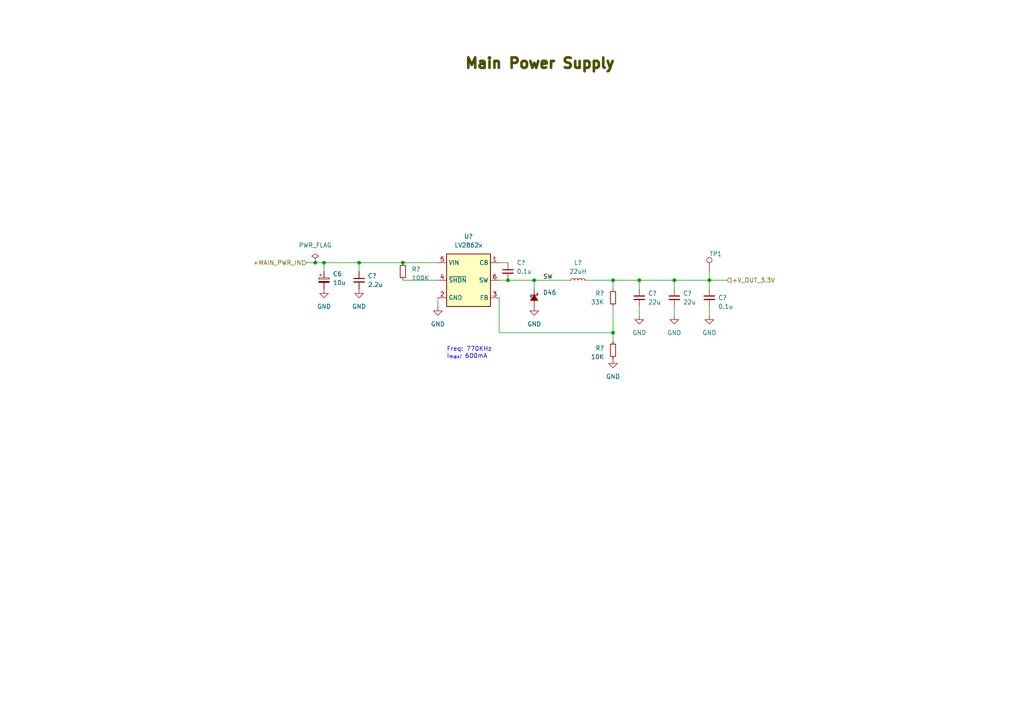
<source format=kicad_sch>
(kicad_sch (version 20230121) (generator eeschema)
  (paper "A4")
  (title_block (title "Main Power Supply") (date "2023-06-19") (rev "R1"))
  (lib_symbols
    (symbol "Connector:TestPoint" (pin_numbers hide) (pin_names (offset 0.762) hide)
      (property "Reference" "TP" (at 0 6.858 0))
      (property "Value" "TestPoint" (at 0 5.08 0))
      (symbol "TestPoint_0_1"
        (circle (center 0 3.302) (radius 0.762))
      )
      (symbol "TestPoint_1_1"
        (pin passive line (at 0 0 90) (length 2.54) (name "1") (number "1"))
      )
    )
    (symbol "Device:C_Polarized_Small" (pin_numbers hide) (pin_names (offset 0.254) hide)
      (property "Reference" "C" (at 0.254 1.778 0))
      (property "Value" "C_Polarized_Small" (at 0.254 -2.032 0))
      (symbol "C_Polarized_Small_0_1"
        (rectangle (start -1.524 -0.3048) (end 1.524 -0.6858) (fill (type outline)))
        (rectangle (start -1.524 0.6858) (end 1.524 0.3048))
        (polyline (pts (xy -1.27 1.524) (xy -0.762 1.524)))
        (polyline (pts (xy -1.016 1.27) (xy -1.016 1.778)))
      )
      (symbol "C_Polarized_Small_1_1"
        (pin passive line (at 0 2.54 270) (length 1.8542) (name "~") (number "1"))
        (pin passive line (at 0 -2.54 90) (length 1.8542) (name "~") (number "2"))
      )
    )
    (symbol "Device:C_Small" (pin_numbers hide) (pin_names (offset 0.254) hide)
      (property "Reference" "C" (at 0.254 1.778 0))
      (property "Value" "C_Small" (at 0.254 -2.032 0))
      (symbol "C_Small_0_1"
        (polyline (pts (xy -1.524 -0.508) (xy 1.524 -0.508)) (stroke (width 0.3302)))
        (polyline (pts (xy -1.524 0.508) (xy 1.524 0.508)) (stroke (width 0.3048)))
      )
      (symbol "C_Small_1_1"
        (pin passive line (at 0 2.54 270) (length 2.032) (name "~") (number "1"))
        (pin passive line (at 0 -2.54 90) (length 2.032) (name "~") (number "2"))
      )
    )
    (symbol "Device:D_Schottky_Small_Filled" (pin_numbers hide) (pin_names (offset 0.254) hide)
      (property "Reference" "D" (at -1.27 2.032 0))
      (property "Value" "D_Schottky_Small_Filled" (at -7.112 -2.032 0))
      (symbol "D_Schottky_Small_Filled_0_1"
        (polyline (pts (xy -0.762 0) (xy 0.762 0)))
        (polyline (pts (xy 0.762 -1.016) (xy -0.762 0) (xy 0.762 1.016) (xy 0.762 -1.016)) (stroke (width 0.254)) (fill (type outline)))
        (polyline (pts (xy -1.27 0.762) (xy -1.27 1.016) (xy -0.762 1.016) (xy -0.762 -1.016) (xy -0.254 -1.016) (xy -0.254 -0.762)) (stroke (width 0.254)))
      )
      (symbol "D_Schottky_Small_Filled_1_1"
        (pin passive line (at -2.54 0 0) (length 1.778) (name "K") (number "1"))
        (pin passive line (at 2.54 0 180) (length 1.778) (name "A") (number "2"))
      )
    )
    (symbol "Device:L_Small" (pin_numbers hide) (pin_names (offset 0.254) hide)
      (property "Reference" "L" (at 0.762 1.016 0))
      (property "Value" "L_Small" (at 0.762 -1.016 0))
      (symbol "L_Small_0_1"
        (arc (start 0 -2.032) (mid 0.5058 -1.524) (end 0 -1.016))
        (arc (start 0 -1.016) (mid 0.5058 -0.508) (end 0 0))
        (arc (start 0 0) (mid 0.5058 0.508) (end 0 1.016))
        (arc (start 0 1.016) (mid 0.5058 1.524) (end 0 2.032))
      )
      (symbol "L_Small_1_1"
        (pin passive line (at 0 2.54 270) (length 0.508) (name "~") (number "1"))
        (pin passive line (at 0 -2.54 90) (length 0.508) (name "~") (number "2"))
      )
    )
    (symbol "Device:R_Small" (pin_numbers hide) (pin_names (offset 0.254) hide)
      (property "Reference" "R" (at 0.762 0.508 0))
      (property "Value" "R_Small" (at 0.762 -1.016 0))
      (symbol "R_Small_0_1"
        (rectangle (start -0.762 1.778) (end 0.762 -1.778) (stroke (width 0.2032)))
      )
      (symbol "R_Small_1_1"
        (pin passive line (at 0 2.54 270) (length 0.762) (name "~") (number "1"))
        (pin passive line (at 0 -2.54 90) (length 0.762) (name "~") (number "2"))
      )
    )
    (symbol "My Libraries:LV2862x"
      (property "Reference" "U" (at -1.27 11.43 0))
      (property "Value" "LV2862x" (at -1.27 8.89 0))
      (symbol "LV2862x_1_1"
        (rectangle (start -7.62 7.62) (end 5.08 -7.62) (stroke (width 0.254)) (fill (type background)))
        (pin passive line (at 7.62 5.08 180) (length 2.54) (name "CB") (number "1"))
        (pin passive line (at -10.16 -5.08 0) (length 2.54) (name "GND") (number "2"))
        (pin passive line (at 7.62 -5.08 180) (length 2.54) (name "FB") (number "3"))
        (pin passive line (at -10.16 0 0) (length 2.54) (name "~{SHDN}") (number "4"))
        (pin power_in line (at -10.16 5.08 0) (length 2.54) (name "VIN") (number "5"))
        (pin passive line (at 7.62 0 180) (length 2.54) (name "SW") (number "6"))
      )
    )
    (symbol "power:GND" (power) (pin_names (offset 0))
      (property "Value" "GND" (at 0 -3.81 0))
      (symbol "GND_0_1"
        (polyline (pts (xy 0 0) (xy 0 -1.27) (xy 1.27 -1.27) (xy 0 -2.54) (xy -1.27 -1.27) (xy 0 -1.27)))
      )
      (symbol "GND_1_1"
        (pin power_in line (at 0 0 270) (length 0) hide (name "GND") (number "1"))
      )
    )
    (symbol "power:PWR_FLAG" (power) (pin_numbers hide) (pin_names (offset 0) hide)
      (property "Value" "PWR_FLAG" (at 0 3.81 0))
      (symbol "PWR_FLAG_0_0"
        (pin power_out line (at 0 0 90) (length 0) (name "pwr") (number "1"))
      )
      (symbol "PWR_FLAG_0_1"
        (polyline (pts (xy 0 0) (xy 0 1.27) (xy -1.016 1.905) (xy 0 2.54) (xy 1.016 1.905) (xy 0 1.27)))
      )
    )
  )
  (junction (at 154.94 81.28))
  (junction (at 195.58 81.28))
  (junction (at 177.8 96.52))
  (junction (at 93.98 76.2))
  (junction (at 91.44 76.2))
  (junction (at 205.74 81.28))
  (junction (at 116.84 76.2))
  (junction (at 147.32 81.28))
  (junction (at 185.42 81.28))
  (junction (at 104.14 76.2))
  (junction (at 177.8 81.28))
  (wire (pts (xy 205.74 78.74) (xy 205.74 81.28)))
  (wire (pts (xy 144.78 81.28) (xy 147.32 81.28)))
  (wire (pts (xy 147.32 81.28) (xy 154.94 81.28)))
  (wire (pts (xy 154.94 81.28) (xy 154.94 83.82)))
  (wire (pts (xy 195.58 81.28) (xy 205.74 81.28)))
  (wire (pts (xy 127 86.36) (xy 127 88.9)))
  (wire (pts (xy 205.74 88.9) (xy 205.74 91.44)))
  (wire (pts (xy 177.8 81.28) (xy 185.42 81.28)))
  (wire (pts (xy 116.84 81.28) (xy 127 81.28)))
  (wire (pts (xy 104.14 76.2) (xy 116.84 76.2)))
  (wire (pts (xy 93.98 76.2) (xy 93.98 78.74)))
  (wire (pts (xy 177.8 81.28) (xy 177.8 83.82)))
  (wire (pts (xy 177.8 96.52) (xy 144.78 96.52)))
  (wire (pts (xy 177.8 88.9) (xy 177.8 96.52)))
  (wire (pts (xy 185.42 83.82) (xy 185.42 81.28)))
  (wire (pts (xy 195.58 88.9) (xy 195.58 91.44)))
  (wire (pts (xy 116.84 76.2) (xy 127 76.2)))
  (wire (pts (xy 205.74 81.28) (xy 210.82 81.28)))
  (wire (pts (xy 144.78 76.2) (xy 147.32 76.2)))
  (wire (pts (xy 144.78 86.36) (xy 144.78 96.52)))
  (wire (pts (xy 104.14 76.2) (xy 104.14 78.74)))
  (wire (pts (xy 177.8 96.52) (xy 177.8 99.06)))
  (wire (pts (xy 185.42 88.9) (xy 185.42 91.44)))
  (wire (pts (xy 195.58 81.28) (xy 195.58 83.82)))
  (wire (pts (xy 185.42 81.28) (xy 195.58 81.28)))
  (wire (pts (xy 91.44 76.2) (xy 93.98 76.2)))
  (wire (pts (xy 170.18 81.28) (xy 177.8 81.28)))
  (wire (pts (xy 205.74 81.28) (xy 205.74 83.82)))
  (wire (pts (xy 88.9 76.2) (xy 91.44 76.2)))
  (wire (pts (xy 93.98 76.2) (xy 104.14 76.2)))
  (wire (pts (xy 154.94 81.28) (xy 165.1 81.28)))
  (text "Freq: 770KHz\nI_{max}: 600mA" (at 129.54 104.14 0) (effects (font (size 1.27 1.27)) (justify left bottom)))
  (text "${TITLE}" (at 134.62 20.32 0) (effects (font (size 3 3) (thickness 0.8) bold) (justify left bottom)))
  (label "SW" (at 157.48 81.28 0))
  (hierarchical_label "+MAIN_PWR_IN" (shape input) (at 88.9 76.2 180))
  (hierarchical_label "+V_OUT_3.3V" (shape input) (at 210.82 81.28 0))
  (symbol (lib_id "power:GND") (at 185.42 91.44 0) (unit 1)
    (property "Reference" "#PWR?" (effects hide))
    (property "Value" "GND" (at 185.42 96.52 0))
    (instances (project "serial_io_expander" (path "" (reference "#PWR?") (unit 1)) (path "" (reference "#PWR?") (unit 1)) (path "" (reference "#PWR0175") (unit 1))))
  )
  (symbol (lib_id "Device:L_Small") (at 167.64 81.28 90) (unit 1)
    (property "Reference" "L?" (at 167.64 76.2 90))
    (property "Value" "22uH" (at 167.64 78.74 90))
    (property "Footprint" "Inductor_SMD:L_Taiyo-Yuden_NR-50xx" (effects hide))
    (property "PartkeeprID" "44" (effects hide))
    (instances (project "serial_io_expander" (path "" (reference "L?") (unit 1)) (path "" (reference "L1") (unit 1))))
  )
  (symbol (lib_id "power:GND") (at 154.94 88.9 0) (unit 1)
    (property "Reference" "#PWR?" (effects hide))
    (property "Value" "GND" (at 154.94 93.98 0))
    (instances (project "serial_io_expander" (path "" (reference "#PWR?") (unit 1)) (path "" (reference "#PWR?") (unit 1)) (path "" (reference "#PWR0173") (unit 1))))
  )
  (symbol (lib_id "power:GND") (at 127 88.9 0) (unit 1)
    (property "Reference" "#PWR?" (effects hide))
    (property "Value" "GND" (at 127 93.98 0))
    (instances (project "serial_io_expander" (path "" (reference "#PWR?") (unit 1)) (path "" (reference "#PWR?") (unit 1)) (path "" (reference "#PWR0174") (unit 1))))
  )
  (symbol (lib_id "My Libraries:LV2862x") (at 137.16 81.28 0) (unit 1)
    (property "Reference" "U?" (at 135.89 68.58 0))
    (property "Value" "LV2862x" (at 135.89 71.12 0))
    (property "Footprint" "Package_TO_SOT_SMD:SOT-23-6" (effects hide))
    (property "Datasheet" "https://www.ti.com/lit/ds/symlink/lv2862.pdf" (effects hide))
    (property "PartkeeprID" "46" (effects hide))
    (instances (project "serial_io_expander" (path "" (reference "U?") (unit 1)) (path "" (reference "U2") (unit 1))))
  )
  (symbol (lib_id "Device:C_Small") (at 104.14 81.28 0) (unit 1)
    (property "Reference" "C?" (at 106.68 80.0163 0) (effects (justify left)))
    (property "Value" "2.2u" (at 106.68 82.5563 0) (effects (justify left)))
    (property "Footprint" "Capacitor_SMD:C_1210_3225Metric" (effects hide))
    (property "PartkeeprID" "42" (effects hide))
    (instances (project "serial_io_expander" (path "" (reference "C?") (unit 1)) (path "" (reference "C?") (unit 1)) (path "" (reference "C7") (unit 1))))
  )
  (symbol (lib_id "Device:C_Small") (at 195.58 86.36 0) (unit 1)
    (property "Reference" "C?" (at 198.12 85.0963 0) (effects (justify left)))
    (property "Value" "22u" (at 198.12 87.6363 0) (effects (justify left)))
    (property "Footprint" "Capacitor_SMD:C_1210_3225Metric" (effects hide))
    (property "PartkeeprID" "45" (effects hide))
    (instances (project "serial_io_expander" (path "" (reference "C?") (unit 1)) (path "" (reference "C?") (unit 1)) (path "" (reference "C10") (unit 1))))
  )
  (symbol (lib_id "power:GND") (at 205.74 91.44 0) (unit 1)
    (property "Reference" "#PWR?" (effects hide))
    (property "Value" "GND" (at 205.74 96.52 0))
    (instances (project "serial_io_expander" (path "" (reference "#PWR?") (unit 1)) (path "" (reference "#PWR?") (unit 1)) (path "" (reference "#PWR0178") (unit 1))))
  )
  (symbol (lib_id "power:GND") (at 195.58 91.44 0) (unit 1)
    (property "Reference" "#PWR?" (effects hide))
    (property "Value" "GND" (at 195.58 96.52 0))
    (instances (project "serial_io_expander" (path "" (reference "#PWR?") (unit 1)) (path "" (reference "#PWR?") (unit 1)) (path "" (reference "#PWR0177") (unit 1))))
  )
  (symbol (lib_id "Device:R_Small") (at 116.84 78.74 180) (unit 1)
    (property "Reference" "R?" (at 119.38 78.105 0) (effects (justify right)))
    (property "Value" "100K" (at 119.38 80.645 0) (effects (justify right)))
    (property "Footprint" "Resistor_SMD:R_0603_1608Metric" (effects hide))
    (property "PartkeeprID" "47" (effects hide))
    (instances (project "serial_io_expander" (path "" (reference "R?") (unit 1)) (path "" (reference "R?") (unit 1)) (path "" (reference "R?") (unit 1)) (path "" (reference "R76") (unit 1))))
  )
  (symbol (lib_id "Device:D_Schottky_Small_Filled") (at 154.94 86.36 270) (unit 1)
    (property "Reference" "D46" (at 157.48 84.836 90) (effects (justify left)))
    (property "Value" "SBR3U60P1Q-7" (effects hide))
    (property "Footprint" "Diode_SMD:D_PowerDI-123" (effects hide))
    (property "PartkeeprID" "43" (effects hide))
  )
  (symbol (lib_id "Device:C_Small") (at 205.74 86.36 0) (unit 1)
    (property "Reference" "C?" (at 208.28 86.36 0) (effects (justify left)))
    (property "Value" "0.1u" (at 208.28 88.9 0) (effects (justify left)))
    (property "Footprint" "Capacitor_SMD:C_0603_1608Metric" (effects hide))
    (property "PartkeeprID" "50" (effects hide))
    (instances (project "serial_io_expander" (path "" (reference "C?") (unit 1)) (path "" (reference "C?") (unit 1)) (path "" (reference "C11") (unit 1))))
  )
  (symbol (lib_id "power:PWR_FLAG") (at 91.44 76.2 0) (unit 1)
    (property "Reference" "#FLG0101" (effects hide))
    (property "Value" "PWR_FLAG" (at 91.44 71.12 0))
  )
  (symbol (lib_id "Device:C_Small") (at 185.42 86.36 0) (unit 1)
    (property "Reference" "C?" (at 187.96 85.0963 0) (effects (justify left)))
    (property "Value" "22u" (at 187.96 87.6363 0) (effects (justify left)))
    (property "Footprint" "Capacitor_SMD:C_1210_3225Metric" (effects hide))
    (property "PartkeeprID" "45" (effects hide))
    (instances (project "serial_io_expander" (path "" (reference "C?") (unit 1)) (path "" (reference "C?") (unit 1)) (path "" (reference "C9") (unit 1))))
  )
  (symbol (lib_id "power:GND") (at 177.8 104.14 0) (unit 1)
    (property "Reference" "#PWR?" (effects hide))
    (property "Value" "GND" (at 177.8 109.22 0))
    (instances (project "serial_io_expander" (path "" (reference "#PWR?") (unit 1)) (path "" (reference "#PWR?") (unit 1)) (path "" (reference "#PWR0176") (unit 1))))
  )
  (symbol (lib_id "Device:R_Small") (at 177.8 101.6 0) (mirror x) (unit 1)
    (property "Reference" "R?" (at 175.26 100.965 0) (effects (justify right)))
    (property "Value" "10K" (at 175.26 103.505 0) (effects (justify right)))
    (property "Footprint" "Resistor_SMD:R_0603_1608Metric" (effects hide))
    (property "PartkeeprID" "48" (effects hide))
    (instances (project "serial_io_expander" (path "" (reference "R?") (unit 1)) (path "" (reference "R?") (unit 1)) (path "" (reference "R?") (unit 1)) (path "" (reference "R78") (unit 1))))
  )
  (symbol (lib_id "Device:C_Small") (at 147.32 78.74 0) (unit 1)
    (property "Reference" "C?" (at 149.86 76.2 0) (effects (justify left)))
    (property "Value" "0.1u" (at 149.86 78.74 0) (effects (justify left)))
    (property "Footprint" "Capacitor_SMD:C_0603_1608Metric" (effects hide))
    (property "PartkeeprID" "50" (effects hide))
    (instances (project "serial_io_expander" (path "" (reference "C?") (unit 1)) (path "" (reference "C?") (unit 1)) (path "" (reference "C8") (unit 1))))
  )
  (symbol (lib_id "power:GND") (at 104.14 83.82 0) (unit 1)
    (property "Reference" "#PWR?" (effects hide))
    (property "Value" "GND" (at 104.14 88.9 0))
    (instances (project "serial_io_expander" (path "" (reference "#PWR?") (unit 1)) (path "" (reference "#PWR?") (unit 1)) (path "" (reference "#PWR0171") (unit 1))))
  )
  (symbol (lib_id "Device:C_Polarized_Small") (at 93.98 81.28 0) (unit 1)
    (property "Reference" "C6" (at 96.52 79.4639 0) (effects (justify left)))
    (property "Value" "10u" (at 96.52 82.0039 0) (effects (justify left)))
    (property "Footprint" "Capacitor_SMD:CP_Elec_5x5.3" (effects hide))
    (property "PartkeeprID" "41" (effects hide))
  )
  (symbol (lib_id "Device:R_Small") (at 177.8 86.36 0) (mirror x) (unit 1)
    (property "Reference" "R?" (at 175.26 85.09 0) (effects (justify right)))
    (property "Value" "33K" (at 175.26 87.63 0) (effects (justify right)))
    (property "Footprint" "Resistor_SMD:R_0603_1608Metric" (effects hide))
    (property "PartkeeprID" "49" (effects hide))
    (instances (project "serial_io_expander" (path "" (reference "R?") (unit 1)) (path "" (reference "R?") (unit 1)) (path "" (reference "R?") (unit 1)) (path "" (reference "R77") (unit 1))))
  )
  (symbol (lib_id "Connector:TestPoint") (at 205.74 78.74 0) (unit 1) (in_bom no)
    (property "Reference" "TP1" (at 205.74 73.66 0) (effects (justify left)))
    (property "Value" "TestPoint" (effects hide))
    (property "Footprint" "TestPoint:TestPoint_Pad_D1.5mm" (effects hide))
    (instances (project "serial_io_expander" (path "" (reference "TP1") (unit 1)) (path "" (reference "TP2") (unit 1))))
  )
  (symbol (lib_id "power:GND") (at 93.98 83.82 0) (unit 1)
    (property "Reference" "#PWR?" (effects hide))
    (property "Value" "GND" (at 93.98 88.9 0))
    (instances (project "serial_io_expander" (path "" (reference "#PWR?") (unit 1)) (path "" (reference "#PWR?") (unit 1)) (path "" (reference "#PWR0172") (unit 1))))
  )
)
</source>
